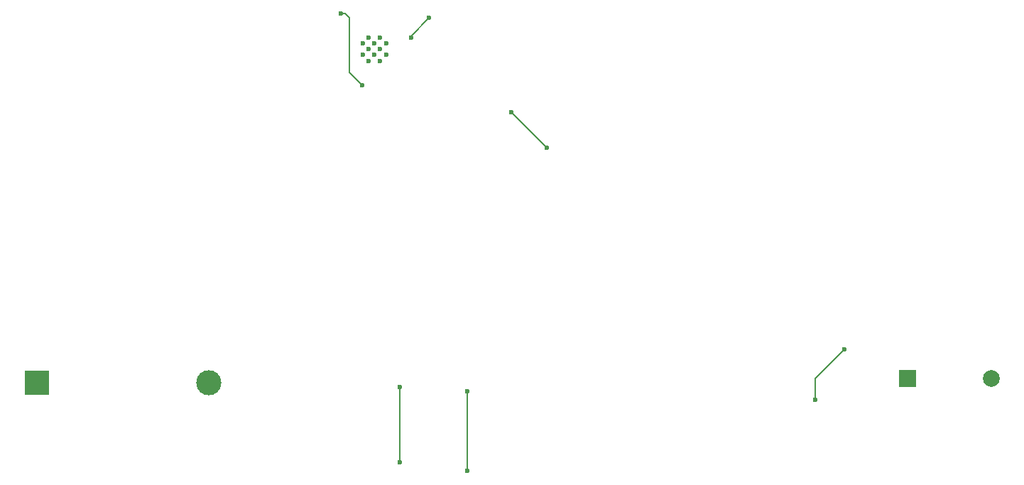
<source format=gbr>
%TF.GenerationSoftware,KiCad,Pcbnew,9.0.0*%
%TF.CreationDate,2025-03-30T15:15:58+05:30*%
%TF.ProjectId,garden management system,67617264-656e-4206-9d61-6e6167656d65,rev?*%
%TF.SameCoordinates,Original*%
%TF.FileFunction,Copper,L2,Bot*%
%TF.FilePolarity,Positive*%
%FSLAX46Y46*%
G04 Gerber Fmt 4.6, Leading zero omitted, Abs format (unit mm)*
G04 Created by KiCad (PCBNEW 9.0.0) date 2025-03-30 15:15:58*
%MOMM*%
%LPD*%
G01*
G04 APERTURE LIST*
%TA.AperFunction,HeatsinkPad*%
%ADD10C,0.600000*%
%TD*%
%TA.AperFunction,ComponentPad*%
%ADD11R,2.000000X2.000000*%
%TD*%
%TA.AperFunction,ComponentPad*%
%ADD12C,2.000000*%
%TD*%
%TA.AperFunction,ComponentPad*%
%ADD13R,3.000000X3.000000*%
%TD*%
%TA.AperFunction,ComponentPad*%
%ADD14C,3.000000*%
%TD*%
%TA.AperFunction,ViaPad*%
%ADD15C,0.600000*%
%TD*%
%TA.AperFunction,Conductor*%
%ADD16C,0.200000*%
%TD*%
G04 APERTURE END LIST*
D10*
%TO.P,U1,39,GND*%
%TO.N,GND*%
X128560000Y-93010000D03*
X128560000Y-94410000D03*
X129260000Y-92310000D03*
X129260000Y-93710000D03*
X129260000Y-95110000D03*
X129960000Y-93010000D03*
X129960000Y-94410000D03*
X130660000Y-92310000D03*
X130660000Y-93710000D03*
X130660000Y-95110000D03*
X131360000Y-93010000D03*
X131360000Y-94410000D03*
%TD*%
D11*
%TO.P,BZ1,1,+*%
%TO.N,Net-(BZ1-+)*%
X193500000Y-133000000D03*
D12*
%TO.P,BZ1,2,-*%
%TO.N,GND*%
X203500000Y-133000000D03*
%TD*%
D13*
%TO.P,BT1,1,+*%
%TO.N,Net-(BT1-+)*%
X89730000Y-133500000D03*
D14*
%TO.P,BT1,2,-*%
%TO.N,Net-(BT1--)*%
X110220000Y-133500000D03*
%TD*%
D15*
%TO.N,Net-(U1-SENSOR_VP)*%
X141000000Y-144000000D03*
X141000000Y-134500000D03*
X128500000Y-98000000D03*
X126000000Y-89500000D03*
%TO.N,Net-(U1-IO27)*%
X133000000Y-143000000D03*
X133000000Y-134000000D03*
%TO.N,GND*%
X136500000Y-90000000D03*
X134310000Y-92310000D03*
X182500000Y-135500000D03*
X186000000Y-129500000D03*
%TO.N,Net-(BZ1-+)*%
X150500000Y-105500000D03*
X146270000Y-101230000D03*
%TD*%
D16*
%TO.N,Net-(U1-SENSOR_VP)*%
X141000000Y-134500000D02*
X141000000Y-144000000D01*
X127000000Y-96500000D02*
X128500000Y-98000000D01*
X127000000Y-92000000D02*
X127000000Y-96500000D01*
X127000000Y-90000000D02*
X127000000Y-92000000D01*
X126500000Y-89500000D02*
X127000000Y-90000000D01*
X126000000Y-89500000D02*
X126500000Y-89500000D01*
%TO.N,Net-(U1-IO27)*%
X133000000Y-134000000D02*
X133000000Y-143000000D01*
%TO.N,GND*%
X134310000Y-92190000D02*
X136500000Y-90000000D01*
X134310000Y-92310000D02*
X134310000Y-92190000D01*
X182500000Y-133000000D02*
X182500000Y-135500000D01*
X186000000Y-129500000D02*
X182500000Y-133000000D01*
%TO.N,Net-(BZ1-+)*%
X150500000Y-105460000D02*
X150500000Y-105500000D01*
X146270000Y-101230000D02*
X150500000Y-105460000D01*
%TD*%
M02*

</source>
